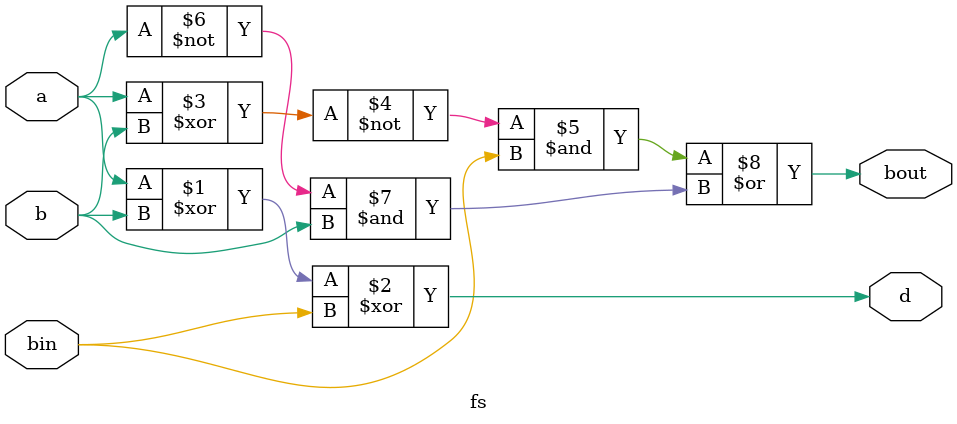
<source format=v>
module fs(output d,bout, input a,b,bin);
  assign d=a^b^bin;
  assign bout= ((~(a^b))&bin)|((~a)&b);
endmodule

</source>
